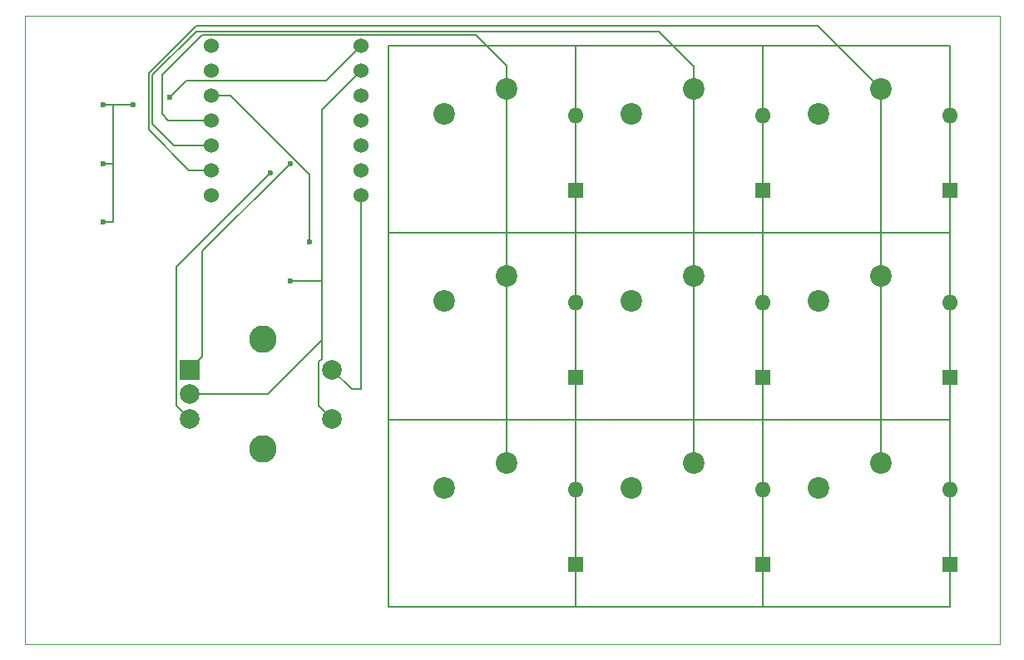
<source format=gbr>
%TF.GenerationSoftware,KiCad,Pcbnew,8.0.8*%
%TF.CreationDate,2025-02-16T23:16:45+05:30*%
%TF.ProjectId,RoyTyper,526f7954-7970-4657-922e-6b696361645f,rev?*%
%TF.SameCoordinates,Original*%
%TF.FileFunction,Copper,L2,Bot*%
%TF.FilePolarity,Positive*%
%FSLAX46Y46*%
G04 Gerber Fmt 4.6, Leading zero omitted, Abs format (unit mm)*
G04 Created by KiCad (PCBNEW 8.0.8) date 2025-02-16 23:16:45*
%MOMM*%
%LPD*%
G01*
G04 APERTURE LIST*
%TA.AperFunction,ComponentPad*%
%ADD10C,2.200000*%
%TD*%
%TA.AperFunction,ComponentPad*%
%ADD11R,2.000000X2.000000*%
%TD*%
%TA.AperFunction,ComponentPad*%
%ADD12C,2.000000*%
%TD*%
%TA.AperFunction,ComponentPad*%
%ADD13C,2.800000*%
%TD*%
%TA.AperFunction,ComponentPad*%
%ADD14C,1.524000*%
%TD*%
%TA.AperFunction,ComponentPad*%
%ADD15R,1.600000X1.600000*%
%TD*%
%TA.AperFunction,ComponentPad*%
%ADD16O,1.600000X1.600000*%
%TD*%
%TA.AperFunction,ViaPad*%
%ADD17C,0.600000*%
%TD*%
%TA.AperFunction,Conductor*%
%ADD18C,0.200000*%
%TD*%
%ADD19C,0.150000*%
%TA.AperFunction,Profile*%
%ADD20C,0.050000*%
%TD*%
G04 APERTURE END LIST*
D10*
%TO.P,SW3,1,1*%
%TO.N,Col3*%
X140390000Y-64770000D03*
%TO.P,SW3,2,2*%
%TO.N,Net-(D3-A)*%
X134040000Y-67310000D03*
%TD*%
%TO.P,SW6,1,1*%
%TO.N,Col3*%
X140390000Y-83820000D03*
%TO.P,SW6,2,2*%
%TO.N,Net-(D6-A)*%
X134040000Y-86360000D03*
%TD*%
%TO.P,SW1,1,1*%
%TO.N,Col1*%
X102290000Y-64770000D03*
%TO.P,SW1,2,2*%
%TO.N,Net-(D1-A)*%
X95940000Y-67310000D03*
%TD*%
%TO.P,SW4,1,1*%
%TO.N,Col1*%
X102290000Y-83820000D03*
%TO.P,SW4,2,2*%
%TO.N,Net-(D4-A)*%
X95940000Y-86360000D03*
%TD*%
%TO.P,SW5,1,1*%
%TO.N,Col2*%
X121340000Y-83820000D03*
%TO.P,SW5,2,2*%
%TO.N,Net-(D5-A)*%
X114990000Y-86360000D03*
%TD*%
%TO.P,SW2,1,1*%
%TO.N,Col2*%
X121340000Y-64770000D03*
%TO.P,SW2,2,2*%
%TO.N,Net-(D2-A)*%
X114990000Y-67310000D03*
%TD*%
D11*
%TO.P,SW11,A,A*%
%TO.N,Net-(U1-GPIO3{slash}MOSI)*%
X69975000Y-93325000D03*
D12*
%TO.P,SW11,B,B*%
%TO.N,Net-(U1-GPIO4{slash}MISO)*%
X69975000Y-98325000D03*
%TO.P,SW11,C,C*%
%TO.N,GND*%
X69975000Y-95825000D03*
D13*
%TO.P,SW11,MP*%
%TO.N,N/C*%
X77475000Y-90225000D03*
X77475000Y-101425000D03*
D12*
%TO.P,SW11,S1,S1*%
%TO.N,Net-(U1-GPIO1{slash}RX)*%
X84475000Y-93325000D03*
%TO.P,SW11,S2,S2*%
%TO.N,GND*%
X84475000Y-98325000D03*
%TD*%
D10*
%TO.P,SW9,1,1*%
%TO.N,Col3*%
X140390000Y-102870000D03*
%TO.P,SW9,2,2*%
%TO.N,Net-(D9-A)*%
X134040000Y-105410000D03*
%TD*%
%TO.P,SW7,1,1*%
%TO.N,Col1*%
X102290000Y-102870000D03*
%TO.P,SW7,2,2*%
%TO.N,Net-(D7-A)*%
X95940000Y-105410000D03*
%TD*%
%TO.P,SW8,1,1*%
%TO.N,Col2*%
X121340000Y-102870000D03*
%TO.P,SW8,2,2*%
%TO.N,Net-(D8-A)*%
X114990000Y-105410000D03*
%TD*%
D14*
%TO.P,U1,1,GPIO26/ADC0/A0*%
%TO.N,Row1*%
X72225000Y-60325000D03*
%TO.P,U1,2,GPIO27/ADC1/A1*%
%TO.N,Row2*%
X72225000Y-62865000D03*
%TO.P,U1,3,GPIO28/ADC2/A2*%
%TO.N,Row3*%
X72225000Y-65405000D03*
%TO.P,U1,4,GPIO29/ADC3/A3*%
%TO.N,Col1*%
X72225000Y-67945000D03*
%TO.P,U1,5,GPIO6/SDA*%
%TO.N,Col2*%
X72225000Y-70485000D03*
%TO.P,U1,6,GPIO7/SCL*%
%TO.N,Col3*%
X72225000Y-73025000D03*
%TO.P,U1,7,GPIO0/TX*%
%TO.N,Net-(D10-DIN)*%
X72225000Y-75565000D03*
%TO.P,U1,8,GPIO1/RX*%
%TO.N,Net-(U1-GPIO1{slash}RX)*%
X87465000Y-75565000D03*
%TO.P,U1,9,GPIO2/SCK*%
%TO.N,unconnected-(U1-GPIO2{slash}SCK-Pad9)*%
X87465000Y-73025000D03*
%TO.P,U1,10,GPIO4/MISO*%
%TO.N,Net-(U1-GPIO4{slash}MISO)*%
X87465000Y-70485000D03*
%TO.P,U1,11,GPIO3/MOSI*%
%TO.N,Net-(U1-GPIO3{slash}MOSI)*%
X87465000Y-67945000D03*
%TO.P,U1,12,3V3*%
%TO.N,unconnected-(U1-3V3-Pad12)*%
X87465000Y-65405000D03*
%TO.P,U1,13,GND*%
%TO.N,GND*%
X87465000Y-62865000D03*
%TO.P,U1,14,VBUS*%
%TO.N,+5V*%
X87465000Y-60325000D03*
%TD*%
D15*
%TO.P,D8,1,K*%
%TO.N,Row3*%
X128325000Y-113188750D03*
D16*
%TO.P,D8,2,A*%
%TO.N,Net-(D8-A)*%
X128325000Y-105568750D03*
%TD*%
D15*
%TO.P,D7,1,K*%
%TO.N,Row3*%
X109275000Y-113188750D03*
D16*
%TO.P,D7,2,A*%
%TO.N,Net-(D7-A)*%
X109275000Y-105568750D03*
%TD*%
D15*
%TO.P,D3,1,K*%
%TO.N,Row1*%
X147375000Y-75088750D03*
D16*
%TO.P,D3,2,A*%
%TO.N,Net-(D3-A)*%
X147375000Y-67468750D03*
%TD*%
D15*
%TO.P,D9,1,K*%
%TO.N,Row3*%
X147375000Y-113188750D03*
D16*
%TO.P,D9,2,A*%
%TO.N,Net-(D9-A)*%
X147375000Y-105568750D03*
%TD*%
D15*
%TO.P,D6,1,K*%
%TO.N,Row2*%
X147375000Y-94138750D03*
D16*
%TO.P,D6,2,A*%
%TO.N,Net-(D6-A)*%
X147375000Y-86518750D03*
%TD*%
D15*
%TO.P,D2,1,K*%
%TO.N,Row1*%
X128325000Y-75088750D03*
D16*
%TO.P,D2,2,A*%
%TO.N,Net-(D2-A)*%
X128325000Y-67468750D03*
%TD*%
D15*
%TO.P,D5,1,K*%
%TO.N,Row2*%
X128325000Y-94138750D03*
D16*
%TO.P,D5,2,A*%
%TO.N,Net-(D5-A)*%
X128325000Y-86518750D03*
%TD*%
D15*
%TO.P,D1,1,K*%
%TO.N,Row1*%
X109275000Y-75088750D03*
D16*
%TO.P,D1,2,A*%
%TO.N,Net-(D1-A)*%
X109275000Y-67468750D03*
%TD*%
D15*
%TO.P,D4,1,K*%
%TO.N,Row2*%
X109275000Y-94138750D03*
D16*
%TO.P,D4,2,A*%
%TO.N,Net-(D4-A)*%
X109275000Y-86518750D03*
%TD*%
D17*
%TO.N,Row3*%
X82225000Y-80325000D03*
%TO.N,Net-(U1-GPIO3{slash}MOSI)*%
X80225000Y-72325000D03*
%TO.N,GND*%
X80225000Y-84325000D03*
%TO.N,Net-(U1-GPIO4{slash}MISO)*%
X78225000Y-73325000D03*
%TO.N,+5V*%
X61198235Y-72351765D03*
X61225000Y-66325000D03*
X67996865Y-65628040D03*
X61225000Y-78325000D03*
X64225000Y-66325000D03*
%TD*%
D18*
%TO.N,Net-(D1-A)*%
X95940000Y-67610000D02*
X95940000Y-67310000D01*
X95955000Y-67325000D02*
X95940000Y-67310000D01*
X95225000Y-67325000D02*
X95925000Y-67325000D01*
X95925000Y-67325000D02*
X95940000Y-67310000D01*
%TO.N,Row3*%
X74153529Y-65405000D02*
X82225000Y-73476471D01*
X82225000Y-73476471D02*
X82225000Y-80325000D01*
X72225000Y-65405000D02*
X74153529Y-65405000D01*
%TO.N,Col1*%
X67225000Y-67325000D02*
X67845000Y-67945000D01*
X102290000Y-64770000D02*
X102290000Y-102870000D01*
X102290000Y-64770000D02*
X102290000Y-62390000D01*
X67845000Y-67945000D02*
X72225000Y-67945000D01*
X71287000Y-59263000D02*
X67225000Y-63325000D01*
X99163000Y-59263000D02*
X71287000Y-59263000D01*
X102290000Y-62390000D02*
X99163000Y-59263000D01*
X67225000Y-63325000D02*
X67225000Y-67325000D01*
%TO.N,Col2*%
X66225000Y-68325000D02*
X68385000Y-70485000D01*
X70687000Y-58863000D02*
X66225000Y-63325000D01*
X121340000Y-64770000D02*
X121340000Y-62440000D01*
X66225000Y-63325000D02*
X66225000Y-68325000D01*
X68385000Y-70485000D02*
X72225000Y-70485000D01*
X121340000Y-64770000D02*
X121340000Y-102870000D01*
X121340000Y-62440000D02*
X117763000Y-58863000D01*
X117763000Y-58863000D02*
X70687000Y-58863000D01*
%TO.N,Col3*%
X65825000Y-63159315D02*
X65825000Y-68925000D01*
X133945000Y-58325000D02*
X70659315Y-58325000D01*
X140390000Y-64770000D02*
X140390000Y-102870000D01*
X70659315Y-58325000D02*
X65825000Y-63159315D01*
X69925000Y-73025000D02*
X72225000Y-73025000D01*
X140390000Y-64770000D02*
X133945000Y-58325000D01*
X65825000Y-68925000D02*
X69925000Y-73025000D01*
%TO.N,Net-(U1-GPIO3{slash}MOSI)*%
X71284500Y-81325000D02*
X71284500Y-81265500D01*
X71284500Y-92015500D02*
X71284500Y-81325000D01*
X71284500Y-81265500D02*
X80225000Y-72325000D01*
X69975000Y-93325000D02*
X71284500Y-92015500D01*
%TO.N,GND*%
X83475000Y-92235000D02*
X83475000Y-90325000D01*
X87465000Y-62865000D02*
X83475000Y-66855000D01*
X83175000Y-92535000D02*
X83175000Y-97025000D01*
X77975000Y-95825000D02*
X83475000Y-90325000D01*
X83475000Y-92235000D02*
X83175000Y-92535000D01*
X83175000Y-97025000D02*
X84475000Y-98325000D01*
X69975000Y-95825000D02*
X77975000Y-95825000D01*
X80225000Y-84325000D02*
X83475000Y-84325000D01*
X83475000Y-90325000D02*
X83475000Y-84325000D01*
X83475000Y-66855000D02*
X83475000Y-84325000D01*
%TO.N,Net-(U1-GPIO4{slash}MISO)*%
X68675000Y-83026471D02*
X68675000Y-82875000D01*
X69975000Y-98325000D02*
X68675000Y-97025000D01*
X68675000Y-97025000D02*
X68675000Y-83026471D01*
X68675000Y-82875000D02*
X78225000Y-73325000D01*
%TO.N,Net-(U1-GPIO1{slash}RX)*%
X87465000Y-75565000D02*
X87465000Y-95335000D01*
X86485000Y-95335000D02*
X87465000Y-95335000D01*
X84475000Y-93325000D02*
X86485000Y-95335000D01*
%TO.N,+5V*%
X69697905Y-63927000D02*
X83863000Y-63927000D01*
X62225000Y-72325000D02*
X61225000Y-72325000D01*
X61225000Y-72325000D02*
X61198235Y-72351765D01*
X64225000Y-66325000D02*
X62225000Y-66325000D01*
X62225000Y-66325000D02*
X62225000Y-72325000D01*
X62225000Y-72325000D02*
X62225000Y-78325000D01*
X67996865Y-65628040D02*
X69697905Y-63927000D01*
X83863000Y-63927000D02*
X87465000Y-60325000D01*
X62225000Y-78325000D02*
X61225000Y-78325000D01*
X62225000Y-66325000D02*
X61225000Y-66325000D01*
%TD*%
D19*
%TO.C,SW3*%
X128325000Y-60325000D02*
X147375000Y-60325000D01*
X128325000Y-79375000D02*
X128325000Y-60325000D01*
X147375000Y-60325000D02*
X147375000Y-79375000D01*
X147375000Y-79375000D02*
X128325000Y-79375000D01*
%TO.C,SW6*%
X128325000Y-79375000D02*
X147375000Y-79375000D01*
X128325000Y-98425000D02*
X128325000Y-79375000D01*
X147375000Y-79375000D02*
X147375000Y-98425000D01*
X147375000Y-98425000D02*
X128325000Y-98425000D01*
%TO.C,SW1*%
X90225000Y-60325000D02*
X109275000Y-60325000D01*
X90225000Y-79375000D02*
X90225000Y-60325000D01*
X109275000Y-60325000D02*
X109275000Y-79375000D01*
X109275000Y-79375000D02*
X90225000Y-79375000D01*
%TO.C,SW4*%
X90225000Y-79375000D02*
X109275000Y-79375000D01*
X90225000Y-98425000D02*
X90225000Y-79375000D01*
X109275000Y-79375000D02*
X109275000Y-98425000D01*
X109275000Y-98425000D02*
X90225000Y-98425000D01*
%TO.C,SW5*%
X109275000Y-79375000D02*
X128325000Y-79375000D01*
X109275000Y-98425000D02*
X109275000Y-79375000D01*
X128325000Y-79375000D02*
X128325000Y-98425000D01*
X128325000Y-98425000D02*
X109275000Y-98425000D01*
%TO.C,SW2*%
X109275000Y-60325000D02*
X128325000Y-60325000D01*
X109275000Y-79375000D02*
X109275000Y-60325000D01*
X128325000Y-60325000D02*
X128325000Y-79375000D01*
X128325000Y-79375000D02*
X109275000Y-79375000D01*
%TO.C,SW9*%
X128325000Y-98425000D02*
X147375000Y-98425000D01*
X128325000Y-117475000D02*
X128325000Y-98425000D01*
X147375000Y-98425000D02*
X147375000Y-117475000D01*
X147375000Y-117475000D02*
X128325000Y-117475000D01*
%TO.C,SW7*%
X90225000Y-98425000D02*
X109275000Y-98425000D01*
X90225000Y-117475000D02*
X90225000Y-98425000D01*
X109275000Y-98425000D02*
X109275000Y-117475000D01*
X109275000Y-117475000D02*
X90225000Y-117475000D01*
%TO.C,SW8*%
X109275000Y-98425000D02*
X128325000Y-98425000D01*
X109275000Y-117475000D02*
X109275000Y-98425000D01*
X128325000Y-98425000D02*
X128325000Y-117475000D01*
X128325000Y-117475000D02*
X109275000Y-117475000D01*
%TD*%
D20*
X53215000Y-57265000D02*
X152445000Y-57265000D01*
X152445000Y-121285000D01*
X53215000Y-121285000D01*
X53215000Y-57265000D01*
M02*

</source>
